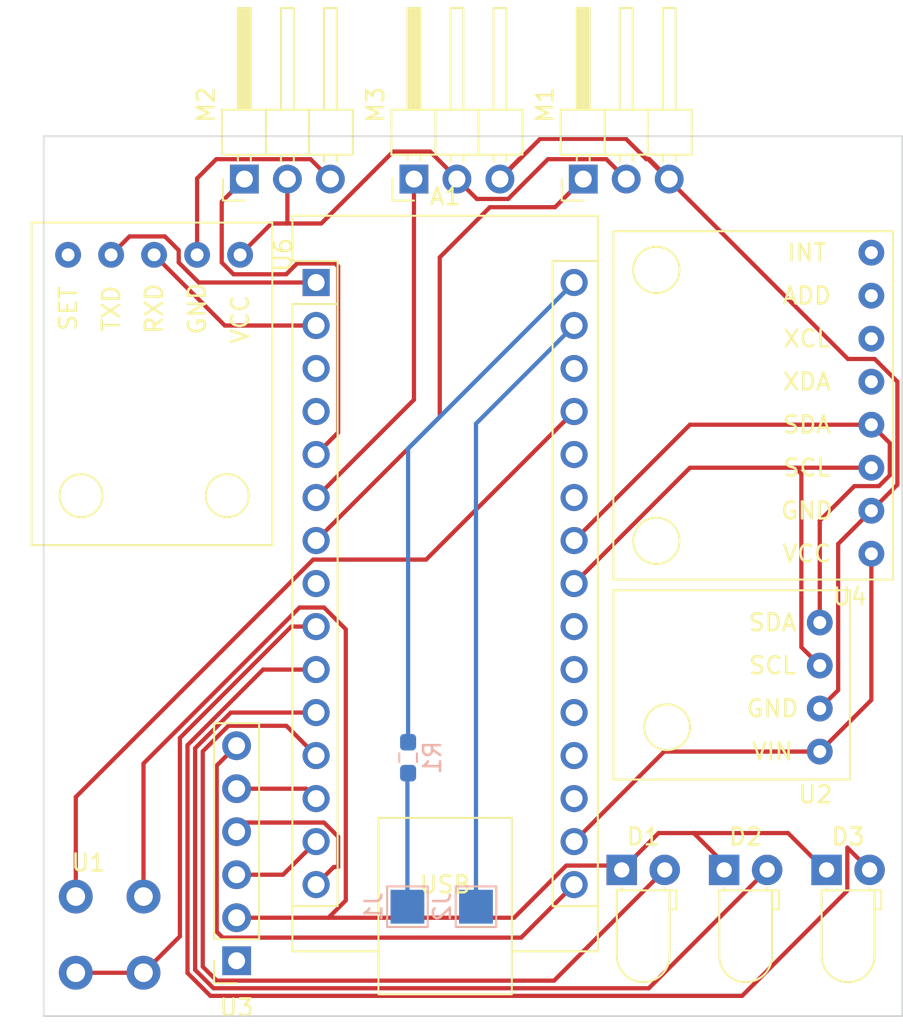
<source format=kicad_pcb>
(kicad_pcb (version 20221018) (generator pcbnew)
  (layers (0 "F.Cu" signal) (31 "B.Cu" signal) (34 "B.Paste" user) (35 "F.Paste" user) (36 "B.SilkS" user "B.Silkscreen") (37 "F.SilkS" user "F.Silkscreen") (38 "B.Mask" user) (39 "F.Mask" user) (44 "Edge.Cuts" user))
  (net 0 "")
  (net 2 "Earth")
  (net 3 "/D10")
  (net 4 "/D11")
  (net 5 "/D12")
  (net 6 "/D13")
  (net 7 "Net-(A1-3V3)")
  (net 13 "Net-(A1-A4)")
  (net 14 "Net-(A1-A5)")
  (net 17 "/5V")
  (net 19 "GNDREF")
  (net 24 "/TX")
  (net 25 "/RX")
  (net 28 "/D2")
  (net 29 "/D3")
  (net 30 "/D4")
  (net 31 "/D7")
  (net 32 "/D8")
  (net 33 "/D9")
  (net 34 "/D6")
  (net 35 "Net-(J2-Pin_1)")
  (net 36 "Net-(J1-Pin_1)")
  (net 37 "Net-(A1-VIN)")
  (footprint "LED_THT:LED_D3.0mm_Horizontal_O1.27mm_Z2.0mm" (layer "F.Cu") (at 141.8 106.175)
    (fp_text reference "D2" (at 1.27 -1.96) (layer "F.SilkS"))
    (fp_text value "LED")
    (fp_line (start -0.29 1.21) (end -0.29 5.07) (stroke (width 0.12)) (layer "F.SilkS"))
    (fp_line (start -0.29 1.21) (end 2.83 1.21) (stroke (width 0.12)) (layer "F.SilkS"))
    (fp_line (start 0 1.08) (end 0 1.08) (stroke (width 0.12)) (layer "F.SilkS"))
    (fp_line (start 0 1.08) (end 0 1.21) (stroke (width 0.12)) (layer "F.SilkS"))
    (fp_line (start 0 1.21) (end 0 1.08) (stroke (width 0.12)) (layer "F.SilkS"))
    (fp_line (start 0 1.21) (end 0 1.21) (stroke (width 0.12)) (layer "F.SilkS"))
    (fp_line (start 2.54 1.08) (end 2.54 1.08) (stroke (width 0.12)) (layer "F.SilkS"))
    (fp_line (start 2.54 1.08) (end 2.54 1.21) (stroke (width 0.12)) (layer "F.SilkS"))
    (fp_line (start 2.54 1.21) (end 2.54 1.08) (stroke (width 0.12)) (layer "F.SilkS"))
    (fp_line (start 2.54 1.21) (end 2.54 1.21) (stroke (width 0.12)) (layer "F.SilkS"))
    (fp_line (start 2.83 1.21) (end 2.83 5.07) (stroke (width 0.12)) (layer "F.SilkS"))
    (fp_line (start 2.83 1.21) (end 3.23 1.21) (stroke (width 0.12)) (layer "F.SilkS"))
    (fp_line (start 2.83 2.33) (end 2.83 1.21) (stroke (width 0.12)) (layer "F.SilkS"))
    (fp_line (start 3.23 1.21) (end 3.23 2.33) (stroke (width 0.12)) (layer "F.SilkS"))
    (fp_line (start 3.23 2.33) (end 2.83 2.33) (stroke (width 0.12)) (layer "F.SilkS"))
    (fp_arc (start 2.83 5.07) (mid 1.27 6.63) (end -0.29 5.07) (stroke (width 0.12)) (layer "F.SilkS"))
    (pad "1" thru_hole rect (at 0 0) (size 1.8 1.8) (drill 0.9) (layers "*.Cu" "*.Mask") (net 2 "Earth"))
    (pad "2" thru_hole circle (at 2.54 0) (size 1.8 1.8) (drill 0.9) (layers "*.Cu" "*.Mask") (net 32 "/D8"))
  )
  (footprint "usini_sensors:module_bme280_alt" (layer "F.Cu") (at 147.447 91.567 180)
    (fp_text reference "U2" (at 0.254 -10.16) (layer "F.SilkS"))
    (fp_text value "BMP180")
    (fp_text user "SCL" (at 2.794 -2.54) (layer "F.SilkS"))
    (fp_text user "GND" (at 2.794 -5.08) (layer "F.SilkS"))
    (fp_text user "SDA" (at 2.794 0) (layer "F.SilkS"))
    (fp_text user "VIN" (at 2.794 -7.62) (layer "F.SilkS"))
    (fp_line (start -1.778 -9.271) (end 12.192 -9.271) (stroke (width 0.12)) (layer "F.SilkS"))
    (fp_line (start -1.778 1.905) (end -1.778 -9.271) (stroke (width 0.12)) (layer "F.SilkS"))
    (fp_line (start 12.192 -9.271) (end 12.192 1.905) (stroke (width 0.12)) (layer "F.SilkS"))
    (fp_line (start 12.192 1.905) (end -1.778 1.905) (stroke (width 0.12)) (layer "F.SilkS"))
    (fp_circle (center 9.017 -6.179309) (end 9.779 -5.060916) (stroke (width 0.12)) (fill none) (layer "F.SilkS"))
    (pad "1" thru_hole circle (at 0 -7.62 180) (size 1.524 1.524) (drill 0.762) (layers "*.Cu" "*.Mask") (net 14 "Net-(A1-A5)"))
    (pad "2" thru_hole circle (at 0 -5.08 180) (size 1.524 1.524) (drill 0.762) (layers "*.Cu" "*.Mask") (net 13 "Net-(A1-A4)"))
    (pad "3" thru_hole circle (at 0 -2.54 180) (size 1.524 1.524) (drill 0.762) (layers "*.Cu" "*.Mask") (net 19 "GNDREF"))
    (pad "4" thru_hole circle (at 0 0 180) (size 1.524 1.524) (drill 0.762) (layers "*.Cu" "*.Mask") (net 7 "Net-(A1-3V3)"))
  )
  (footprint "Connector_PinSocket_2.54mm:PinSocket_1x06_P2.54mm_Vertical" (layer "F.Cu") (at 113 111.54 180)
    (fp_text reference "U3" (at 0 -2.77) (layer "F.SilkS"))
    (fp_text value "SD_Card_Reader")
    (fp_line (start -1.33 1.27) (end -1.33 14.03) (stroke (width 0.12)) (layer "F.SilkS"))
    (fp_line (start -1.33 1.27) (end 1.33 1.27) (stroke (width 0.12)) (layer "F.SilkS"))
    (fp_line (start -1.33 14.03) (end 1.33 14.03) (stroke (width 0.12)) (layer "F.SilkS"))
    (fp_line (start 0 -1.33) (end 1.33 -1.33) (stroke (width 0.12)) (layer "F.SilkS"))
    (fp_line (start 1.33 -1.33) (end 1.33 0) (stroke (width 0.12)) (layer "F.SilkS"))
    (fp_line (start 1.33 1.27) (end 1.33 14.03) (stroke (width 0.12)) (layer "F.SilkS"))
    (pad "1" thru_hole rect (at 0 0 180) (size 1.7 1.7) (drill 1) (layers "*.Cu" "*.Mask") (net 17 "/5V"))
    (pad "2" thru_hole oval (at 0 2.54 180) (size 1.7 1.7) (drill 1) (layers "*.Cu" "*.Mask") (net 2 "Earth"))
    (pad "3" thru_hole oval (at 0 5.08 180) (size 1.7 1.7) (drill 1) (layers "*.Cu" "*.Mask") (net 4 "/D11"))
    (pad "4" thru_hole oval (at 0 7.62 180) (size 1.7 1.7) (drill 1) (layers "*.Cu" "*.Mask") (net 5 "/D12"))
    (pad "5" thru_hole oval (at 0 10.16 180) (size 1.7 1.7) (drill 1) (layers "*.Cu" "*.Mask") (net 3 "/D10"))
    (pad "6" thru_hole oval (at 0 12.7 180) (size 1.7 1.7) (drill 1) (layers "*.Cu" "*.Mask") (net 6 "/D13"))
  )
  (footprint "LED_THT:LED_D3.0mm_Horizontal_O1.27mm_Z2.0mm" (layer "F.Cu") (at 147.85 106.175)
    (fp_text reference "D3" (at 1.27 -1.96) (layer "F.SilkS"))
    (fp_text value "LED")
    (fp_line (start -0.29 1.21) (end -0.29 5.07) (stroke (width 0.12)) (layer "F.SilkS"))
    (fp_line (start -0.29 1.21) (end 2.83 1.21) (stroke (width 0.12)) (layer "F.SilkS"))
    (fp_line (start 0 1.08) (end 0 1.08) (stroke (width 0.12)) (layer "F.SilkS"))
    (fp_line (start 0 1.08) (end 0 1.21) (stroke (width 0.12)) (layer "F.SilkS"))
    (fp_line (start 0 1.21) (end 0 1.08) (stroke (width 0.12)) (layer "F.SilkS"))
    (fp_line (start 0 1.21) (end 0 1.21) (stroke (width 0.12)) (layer "F.SilkS"))
    (fp_line (start 2.54 1.08) (end 2.54 1.08) (stroke (width 0.12)) (layer "F.SilkS"))
    (fp_line (start 2.54 1.08) (end 2.54 1.21) (stroke (width 0.12)) (layer "F.SilkS"))
    (fp_line (start 2.54 1.21) (end 2.54 1.08) (stroke (width 0.12)) (layer "F.SilkS"))
    (fp_line (start 2.54 1.21) (end 2.54 1.21) (stroke (width 0.12)) (layer "F.SilkS"))
    (fp_line (start 2.83 1.21) (end 2.83 5.07) (stroke (width 0.12)) (layer "F.SilkS"))
    (fp_line (start 2.83 1.21) (end 3.23 1.21) (stroke (width 0.12)) (layer "F.SilkS"))
    (fp_line (start 2.83 2.33) (end 2.83 1.21) (stroke (width 0.12)) (layer "F.SilkS"))
    (fp_line (start 3.23 1.21) (end 3.23 2.33) (stroke (width 0.12)) (layer "F.SilkS"))
    (fp_line (start 3.23 2.33) (end 2.83 2.33) (stroke (width 0.12)) (layer "F.SilkS"))
    (fp_arc (start 2.83 5.07) (mid 1.27 6.63) (end -0.29 5.07) (stroke (width 0.12)) (layer "F.SilkS"))
    (pad "1" thru_hole rect (at 0 0) (size 1.8 1.8) (drill 0.9) (layers "*.Cu" "*.Mask") (net 2 "Earth"))
    (pad "2" thru_hole circle (at 2.54 0) (size 1.8 1.8) (drill 0.9) (layers "*.Cu" "*.Mask") (net 31 "/D7"))
  )
  (footprint "usini_sensors:module_bh1750" (layer "F.Cu") (at 103.047 69.85 -90)
    (fp_text reference "U6" (at 0 -12.7 90) (layer "F.SilkS"))
    (fp_text value "HC-12")
    (fp_text user "TXD" (at 3.175 -2.54 90) (layer "F.SilkS"))
    (fp_text user "SET" (at 3.175 0 90) (layer "F.SilkS"))
    (fp_text user "GND" (at 3.175 -7.62 90) (layer "F.SilkS"))
    (fp_text user "RXD" (at 3.175 -5.08 90) (layer "F.SilkS"))
    (fp_text user "VCC" (at 3.81 -10.16 90) (layer "F.SilkS"))
    (fp_line (start -1.905 -12.065) (end 17.145 -12.065) (stroke (width 0.12)) (layer "F.SilkS"))
    (fp_line (start -1.905 2.159) (end -1.905 -12.065) (stroke (width 0.12)) (layer "F.SilkS"))
    (fp_line (start 17.145 -12.065) (end 17.145 2.159) (stroke (width 0.12)) (layer "F.SilkS"))
    (fp_line (start 17.145 2.159) (end -1.905 2.159) (stroke (width 0.12)) (layer "F.SilkS"))
    (fp_circle (center 14.224 -9.398) (end 14.224 -8.128) (stroke (width 0.12)) (fill none) (layer "F.SilkS"))
    (fp_circle (center 14.224 -0.762) (end 14.224 0.508) (stroke (width 0.12)) (fill none) (layer "F.SilkS"))
    (pad "1" thru_hole circle (at 0 -10.16 270) (size 1.524 1.524) (drill 0.762) (layers "*.Cu" "*.Mask") (net 7 "Net-(A1-3V3)"))
    (pad "2" thru_hole circle (at 0 -7.62 270) (size 1.524 1.524) (drill 0.762) (layers "*.Cu" "*.Mask") (net 19 "GNDREF"))
    (pad "3" thru_hole circle (at 0 -5.08 270) (size 1.524 1.524) (drill 0.762) (layers "*.Cu" "*.Mask") (net 25 "/RX"))
    (pad "4" thru_hole circle (at 0 -2.54 270) (size 1.524 1.524) (drill 0.762) (layers "*.Cu" "*.Mask") (net 24 "/TX"))
    (pad "5" thru_hole circle (at 0 0 270) (size 1.524 1.524) (drill 0.762) (layers "*.Cu" "*.Mask"))
  )
  (footprint "usini_sensors:module_mpu6050" (layer "F.Cu") (at 150.495 69.723 180)
    (fp_text reference "U4" (at 1.27 -20.32) (layer "F.SilkS"))
    (fp_text value "module_mpu6050")
    (fp_text user "ADD" (at 3.81 -2.54) (layer "F.SilkS"))
    (fp_text user "XDA" (at 3.81 -7.62) (layer "F.SilkS"))
    (fp_text user "VCC" (at 3.81 -17.78) (layer "F.SilkS"))
    (fp_text user "INT" (at 3.81 0) (layer "F.SilkS"))
    (fp_text user "SCL" (at 3.81 -12.7) (layer "F.SilkS"))
    (fp_text user "GND" (at 3.81 -15.24) (layer "F.SilkS"))
    (fp_text user "XCL" (at 3.81 -5.08) (layer "F.SilkS"))
    (fp_text user "SDA" (at 3.81 -10.16) (layer "F.SilkS"))
    (fp_line (start -1.27 -19.304) (end 15.24 -19.304) (stroke (width 0.12)) (layer "F.SilkS"))
    (fp_line (start -1.27 1.27) (end -1.27 -19.304) (stroke (width 0.12)) (layer "F.SilkS"))
    (fp_line (start 15.24 -19.304) (end 15.24 1.27) (stroke (width 0.12)) (layer "F.SilkS"))
    (fp_line (start 15.24 1.27) (end -1.27 1.27) (stroke (width 0.12)) (layer "F.SilkS"))
    (fp_circle (center 12.7 -17.018) (end 13.208 -15.748) (stroke (width 0.12)) (fill none) (layer "F.SilkS"))
    (fp_circle (center 12.7 -1.016) (end 13.208 0.254) (stroke (width 0.12)) (fill none) (layer "F.SilkS"))
    (pad "1" thru_hole circle (at 0 -17.78 180) (size 1.524 1.524) (drill 0.762) (layers "*.Cu" "*.Mask") (net 7 "Net-(A1-3V3)"))
    (pad "2" thru_hole circle (at 0 -15.24 180) (size 1.524 1.524) (drill 0.762) (layers "*.Cu" "*.Mask") (net 19 "GNDREF"))
    (pad "3" thru_hole circle (at 0 -12.7 180) (size 1.524 1.524) (drill 0.762) (layers "*.Cu" "*.Mask") (net 13 "Net-(A1-A4)"))
    (pad "4" thru_hole circle (at 0 -10.16 180) (size 1.524 1.524) (drill 0.762) (layers "*.Cu" "*.Mask") (net 14 "Net-(A1-A5)"))
    (pad "5" thru_hole circle (at 0 -7.62 180) (size 1.524 1.524) (drill 0.762) (layers "*.Cu" "*.Mask"))
    (pad "6" thru_hole circle (at 0 -5.08 180) (size 1.524 1.524) (drill 0.762) (layers "*.Cu" "*.Mask"))
    (pad "7" thru_hole circle (at 0 -2.54 180) (size 1.524 1.524) (drill 0.762) (layers "*.Cu" "*.Mask"))
    (pad "8" thru_hole circle (at 0 0 180) (size 1.524 1.524) (drill 0.762) (layers "*.Cu" "*.Mask"))
  )
  (footprint "Connector_PinHeader_2.54mm:PinHeader_1x03_P2.54mm_Horizontal" (layer "F.Cu") (at 113.46 65.375 90)
    (fp_text reference "M2" (at 4.385 -2.27 90) (layer "F.SilkS"))
    (fp_text value "Motor_Servo")
    (fp_line (start -1.27 -1.27) (end 0 -1.27) (stroke (width 0.12)) (layer "F.SilkS"))
    (fp_line (start -1.27 0) (end -1.27 -1.27) (stroke (width 0.12)) (layer "F.SilkS"))
    (fp_line (start 1.042929 2.16) (end 1.44 2.16) (stroke (width 0.12)) (layer "F.SilkS"))
    (fp_line (start 1.042929 2.92) (end 1.44 2.92) (stroke (width 0.12)) (layer "F.SilkS"))
    (fp_line (start 1.042929 4.7) (end 1.44 4.7) (stroke (width 0.12)) (layer "F.SilkS"))
    (fp_line (start 1.042929 5.46) (end 1.44 5.46) (stroke (width 0.12)) (layer "F.SilkS"))
    (fp_line (start 1.11 -0.38) (end 1.44 -0.38) (stroke (width 0.12)) (layer "F.SilkS"))
    (fp_line (start 1.11 0.38) (end 1.44 0.38) (stroke (width 0.12)) (layer "F.SilkS"))
    (fp_line (start 1.44 -1.33) (end 1.44 6.41) (stroke (width 0.12)) (layer "F.SilkS"))
    (fp_line (start 1.44 1.27) (end 4.1 1.27) (stroke (width 0.12)) (layer "F.SilkS"))
    (fp_line (start 1.44 3.81) (end 4.1 3.81) (stroke (width 0.12)) (layer "F.SilkS"))
    (fp_line (start 1.44 6.41) (end 4.1 6.41) (stroke (width 0.12)) (layer "F.SilkS"))
    (fp_line (start 4.1 -1.33) (end 1.44 -1.33) (stroke (width 0.12)) (layer "F.SilkS"))
    (fp_line (start 4.1 -0.38) (end 10.1 -0.38) (stroke (width 0.12)) (layer "F.SilkS"))
    (fp_line (start 4.1 -0.32) (end 10.1 -0.32) (stroke (width 0.12)) (layer "F.SilkS"))
    (fp_line (start 4.1 -0.2) (end 10.1 -0.2) (stroke (width 0.12)) (layer "F.SilkS"))
    (fp_line (start 4.1 -0.08) (end 10.1 -0.08) (stroke (width 0.12)) (layer "F.SilkS"))
    (fp_line (start 4.1 0.04) (end 10.1 0.04) (stroke (width 0.12)) (layer "F.SilkS"))
    (fp_line (start 4.1 0.16) (end 10.1 0.16) (stroke (width 0.12)) (layer "F.SilkS"))
    (fp_line (start 4.1 0.28) (end 10.1 0.28) (stroke (width 0.12)) (layer "F.SilkS"))
    (fp_line (start 4.1 2.16) (end 10.1 2.16) (stroke (width 0.12)) (layer "F.SilkS"))
    (fp_line (start 4.1 4.7) (end 10.1 4.7) (stroke (width 0.12)) (layer "F.SilkS"))
    (fp_line (start 4.1 6.41) (end 4.1 -1.33) (stroke (width 0.12)) (layer "F.SilkS"))
    (fp_line (start 10.1 -0.38) (end 10.1 0.38) (stroke (width 0.12)) (layer "F.SilkS"))
    (fp_line (start 10.1 0.38) (end 4.1 0.38) (stroke (width 0.12)) (layer "F.SilkS"))
    (fp_line (start 10.1 2.16) (end 10.1 2.92) (stroke (width 0.12)) (layer "F.SilkS"))
    (fp_line (start 10.1 2.92) (end 4.1 2.92) (stroke (width 0.12)) (layer "F.SilkS"))
    (fp_line (start 10.1 4.7) (end 10.1 5.46) (stroke (width 0.12)) (layer "F.SilkS"))
    (fp_line (start 10.1 5.46) (end 4.1 5.46) (stroke (width 0.12)) (layer "F.SilkS"))
    (pad "1" thru_hole rect (at 0 0 90) (size 1.7 1.7) (drill 1) (layers "*.Cu" "*.Mask") (net 28 "/D2"))
    (pad "2" thru_hole oval (at 0 2.54 90) (size 1.7 1.7) (drill 1) (layers "*.Cu" "*.Mask") (net 17 "/5V"))
    (pad "3" thru_hole oval (at 0 5.08 90) (size 1.7 1.7) (drill 1) (layers "*.Cu" "*.Mask") (net 2 "Earth"))
  )
  (footprint "Connector_PinHeader_2.54mm:PinHeader_1x03_P2.54mm_Horizontal" (layer "F.Cu") (at 133.475 65.375 90)
    (fp_text reference "M1" (at 4.385 -2.27 90) (layer "F.SilkS"))
    (fp_text value "Motor_Servo")
    (fp_line (start -1.27 -1.27) (end 0 -1.27) (stroke (width 0.12)) (layer "F.SilkS"))
    (fp_line (start -1.27 0) (end -1.27 -1.27) (stroke (width 0.12)) (layer "F.SilkS"))
    (fp_line (start 1.042929 2.16) (end 1.44 2.16) (stroke (width 0.12)) (layer "F.SilkS"))
    (fp_line (start 1.042929 2.92) (end 1.44 2.92) (stroke (width 0.12)) (layer "F.SilkS"))
    (fp_line (start 1.042929 4.7) (end 1.44 4.7) (stroke (width 0.12)) (layer "F.SilkS"))
    (fp_line (start 1.042929 5.46) (end 1.44 5.46) (stroke (width 0.12)) (layer "F.SilkS"))
    (fp_line (start 1.11 -0.38) (end 1.44 -0.38) (stroke (width 0.12)) (layer "F.SilkS"))
    (fp_line (start 1.11 0.38) (end 1.44 0.38) (stroke (width 0.12)) (layer "F.SilkS"))
    (fp_line (start 1.44 -1.33) (end 1.44 6.41) (stroke (width 0.12)) (layer "F.SilkS"))
    (fp_line (start 1.44 1.27) (end 4.1 1.27) (stroke (width 0.12)) (layer "F.SilkS"))
    (fp_line (start 1.44 3.81) (end 4.1 3.81) (stroke (width 0.12)) (layer "F.SilkS"))
    (fp_line (start 1.44 6.41) (end 4.1 6.41) (stroke (width 0.12)) (layer "F.SilkS"))
    (fp_line (start 4.1 -1.33) (end 1.44 -1.33) (stroke (width 0.12)) (layer "F.SilkS"))
    (fp_line (start 4.1 -0.38) (end 10.1 -0.38) (stroke (width 0.12)) (layer "F.SilkS"))
    (fp_line (start 4.1 -0.32) (end 10.1 -0.32) (stroke (width 0.12)) (layer "F.SilkS"))
    (fp_line (start 4.1 -0.2) (end 10.1 -0.2) (stroke (width 0.12)) (layer "F.SilkS"))
    (fp_line (start 4.1 -0.08) (end 10.1 -0.08) (stroke (width 0.12)) (layer "F.SilkS"))
    (fp_line (start 4.1 0.04) (end 10.1 0.04) (stroke (width 0.12)) (layer "F.SilkS"))
    (fp_line (start 4.1 0.16) (end 10.1 0.16) (stroke (width 0.12)) (layer "F.SilkS"))
    (fp_line (start 4.1 0.28) (end 10.1 0.28) (stroke (width 0.12)) (layer "F.SilkS"))
    (fp_line (start 4.1 2.16) (end 10.1 2.16) (stroke (width 0.12)) (layer "F.SilkS"))
    (fp_line (start 4.1 4.7) (end 10.1 4.7) (stroke (width 0.12)) (layer "F.SilkS"))
    (fp_line (start 4.1 6.41) (end 4.1 -1.33) (stroke (width 0.12)) (layer "F.SilkS"))
    (fp_line (start 10.1 -0.38) (end 10.1 0.38) (stroke (width 0.12)) (layer "F.SilkS"))
    (fp_line (start 10.1 0.38) (end 4.1 0.38) (stroke (width 0.12)) (layer "F.SilkS"))
    (fp_line (start 10.1 2.16) (end 10.1 2.92) (stroke (width 0.12)) (layer "F.SilkS"))
    (fp_line (start 10.1 2.92) (end 4.1 2.92) (stroke (width 0.12)) (layer "F.SilkS"))
    (fp_line (start 10.1 4.7) (end 10.1 5.46) (stroke (width 0.12)) (layer "F.SilkS"))
    (fp_line (start 10.1 5.46) (end 4.1 5.46) (stroke (width 0.12)) (layer "F.SilkS"))
    (pad "1" thru_hole rect (at 0 0 90) (size 1.7 1.7) (drill 1) (layers "*.Cu" "*.Mask") (net 30 "/D4"))
    (pad "2" thru_hole oval (at 0 2.54 90) (size 1.7 1.7) (drill 1) (layers "*.Cu" "*.Mask") (net 17 "/5V"))
    (pad "3" thru_hole oval (at 0 5.08 90) (size 1.7 1.7) (drill 1) (layers "*.Cu" "*.Mask") (net 2 "Earth"))
  )
  (footprint "Button_Switch_THT:SW_PUSH_6mm_H4.3mm" (layer "F.Cu") (at 101 107.75)
    (fp_text reference "U1" (at 3.25 -2) (layer "F.SilkS"))
    (fp_text value "ADG633YCP")
    (pad "1" thru_hole circle (at 2.5 0 90) (size 2 2) (drill 1.1) (layers "*.Cu" "*.Mask") (net 17 "/5V"))
    (pad "1" thru_hole circle (at 6.5 0 90) (size 2 2) (drill 1.1) (layers "*.Cu" "*.Mask") (net 17 "/5V"))
    (pad "2" thru_hole circle (at 2.5 4.5 90) (size 2 2) (drill 1.1) (layers "*.Cu" "*.Mask") (net 34 "/D6"))
    (pad "2" thru_hole circle (at 6.5 4.5 90) (size 2 2) (drill 1.1) (layers "*.Cu" "*.Mask") (net 34 "/D6"))
  )
  (footprint "Module:Arduino_Nano" (layer "F.Cu") (at 117.697 71.484)
    (fp_text reference "A1" (at 7.62 -5.08) (layer "F.SilkS"))
    (fp_text value "Arduino_Nano_v3.x")
    (fp_text user "USB" (at 7.62 35.56 unlocked) (layer "F.SilkS"))
    (fp_line (start -1.4 -3.94) (end -1.4 -1.27) (stroke (width 0.12)) (layer "F.SilkS"))
    (fp_line (start -1.4 1.27) (end -1.4 39.5) (stroke (width 0.12)) (layer "F.SilkS"))
    (fp_line (start -1.4 39.5) (end 3.68 39.5) (stroke (width 0.12)) (layer "F.SilkS"))
    (fp_line (start 1.27 -1.27) (end -1.4 -1.27) (stroke (width 0.12)) (layer "F.SilkS"))
    (fp_line (start 1.27 1.27) (end -1.4 1.27) (stroke (width 0.12)) (layer "F.SilkS"))
    (fp_line (start 1.27 1.27) (end 1.27 -1.27) (stroke (width 0.12)) (layer "F.SilkS"))
    (fp_line (start 1.27 1.27) (end 1.27 36.83) (stroke (width 0.12)) (layer "F.SilkS"))
    (fp_line (start 1.27 36.83) (end -1.4 36.83) (stroke (width 0.12)) (layer "F.SilkS"))
    (fp_line (start 3.68 31.62) (end 11.56 31.62) (stroke (width 0.12)) (layer "F.SilkS"))
    (fp_line (start 3.68 42.04) (end 3.68 31.62) (stroke (width 0.12)) (layer "F.SilkS"))
    (fp_line (start 11.56 31.62) (end 11.56 42.04) (stroke (width 0.12)) (layer "F.SilkS"))
    (fp_line (start 11.56 42.04) (end 3.68 42.04) (stroke (width 0.12)) (layer "F.SilkS"))
    (fp_line (start 13.97 -1.27) (end 13.97 36.83) (stroke (width 0.12)) (layer "F.SilkS"))
    (fp_line (start 13.97 -1.27) (end 16.64 -1.27) (stroke (width 0.12)) (layer "F.SilkS"))
    (fp_line (start 13.97 36.83) (end 16.64 36.83) (stroke (width 0.12)) (layer "F.SilkS"))
    (fp_line (start 16.64 -3.94) (end -1.4 -3.94) (stroke (width 0.12)) (layer "F.SilkS"))
    (fp_line (start 16.64 39.5) (end 11.56 39.5) (stroke (width 0.12)) (layer "F.SilkS"))
    (fp_line (start 16.64 39.5) (end 16.64 -3.94) (stroke (width 0.12)) (layer "F.SilkS"))
    (pad "1" thru_hole rect (at 0 0) (size 1.6 1.6) (drill 1) (layers "*.Cu" "*.Mask") (net 24 "/TX"))
    (pad "2" thru_hole oval (at 0 2.54) (size 1.6 1.6) (drill 1) (layers "*.Cu" "*.Mask") (net 25 "/RX"))
    (pad "3" thru_hole oval (at 0 5.08) (size 1.6 1.6) (drill 1) (layers "*.Cu" "*.Mask"))
    (pad "4" thru_hole oval (at 0 7.62) (size 1.6 1.6) (drill 1) (layers "*.Cu" "*.Mask") (net 2 "Earth"))
    (pad "5" thru_hole oval (at 0 10.16) (size 1.6 1.6) (drill 1) (layers "*.Cu" "*.Mask") (net 28 "/D2"))
    (pad "6" thru_hole oval (at 0 12.7) (size 1.6 1.6) (drill 1) (layers "*.Cu" "*.Mask") (net 29 "/D3"))
    (pad "7" thru_hole oval (at 0 15.24) (size 1.6 1.6) (drill 1) (layers "*.Cu" "*.Mask") (net 30 "/D4"))
    (pad "8" thru_hole oval (at 0 17.78) (size 1.6 1.6) (drill 1) (layers "*.Cu" "*.Mask"))
    (pad "9" thru_hole oval (at 0 20.32) (size 1.6 1.6) (drill 1) (layers "*.Cu" "*.Mask") (net 34 "/D6"))
    (pad "10" thru_hole oval (at 0 22.86) (size 1.6 1.6) (drill 1) (layers "*.Cu" "*.Mask") (net 31 "/D7"))
    (pad "11" thru_hole oval (at 0 25.4) (size 1.6 1.6) (drill 1) (layers "*.Cu" "*.Mask") (net 32 "/D8"))
    (pad "12" thru_hole oval (at 0 27.94) (size 1.6 1.6) (drill 1) (layers "*.Cu" "*.Mask") (net 33 "/D9"))
    (pad "13" thru_hole oval (at 0 30.48) (size 1.6 1.6) (drill 1) (layers "*.Cu" "*.Mask") (net 3 "/D10"))
    (pad "14" thru_hole oval (at 0 33.02) (size 1.6 1.6) (drill 1) (layers "*.Cu" "*.Mask") (net 4 "/D11"))
    (pad "15" thru_hole oval (at 0 35.56) (size 1.6 1.6) (drill 1) (layers "*.Cu" "*.Mask") (net 5 "/D12"))
    (pad "16" thru_hole oval (at 15.24 35.56) (size 1.6 1.6) (drill 1) (layers "*.Cu" "*.Mask") (net 6 "/D13"))
    (pad "17" thru_hole oval (at 15.24 33.02) (size 1.6 1.6) (drill 1) (layers "*.Cu" "*.Mask") (net 7 "Net-(A1-3V3)"))
    (pad "18" thru_hole oval (at 15.24 30.48) (size 1.6 1.6) (drill 1) (layers "*.Cu" "*.Mask"))
    (pad "19" thru_hole oval (at 15.24 27.94) (size 1.6 1.6) (drill 1) (layers "*.Cu" "*.Mask"))
    (pad "20" thru_hole oval (at 15.24 25.4) (size 1.6 1.6) (drill 1) (layers "*.Cu" "*.Mask"))
    (pad "21" thru_hole oval (at 15.24 22.86) (size 1.6 1.6) (drill 1) (layers "*.Cu" "*.Mask"))
    (pad "22" thru_hole oval (at 15.24 20.32) (size 1.6 1.6) (drill 1) (layers "*.Cu" "*.Mask"))
    (pad "23" thru_hole oval (at 15.24 17.78) (size 1.6 1.6) (drill 1) (layers "*.Cu" "*.Mask") (net 13 "Net-(A1-A4)"))
    (pad "24" thru_hole oval (at 15.24 15.24) (size 1.6 1.6) (drill 1) (layers "*.Cu" "*.Mask") (net 14 "Net-(A1-A5)"))
    (pad "25" thru_hole oval (at 15.24 12.7) (size 1.6 1.6) (drill 1) (layers "*.Cu" "*.Mask"))
    (pad "26" thru_hole oval (at 15.24 10.16) (size 1.6 1.6) (drill 1) (layers "*.Cu" "*.Mask"))
    (pad "27" thru_hole oval (at 15.24 7.62) (size 1.6 1.6) (drill 1) (layers "*.Cu" "*.Mask") (net 17 "/5V"))
    (pad "28" thru_hole oval (at 15.24 5.08) (size 1.6 1.6) (drill 1) (layers "*.Cu" "*.Mask"))
    (pad "29" thru_hole oval (at 15.24 2.54) (size 1.6 1.6) (drill 1) (layers "*.Cu" "*.Mask") (net 35 "Net-(J2-Pin_1)"))
    (pad "30" thru_hole oval (at 15.24 0) (size 1.6 1.6) (drill 1) (layers "*.Cu" "*.Mask") (net 37 "Net-(A1-VIN)"))
  )
  (footprint "Connector_PinHeader_2.54mm:PinHeader_1x03_P2.54mm_Horizontal" (layer "F.Cu") (at 123.475 65.375 90)
    (fp_text reference "M3" (at 4.385 -2.27 90) (layer "F.SilkS"))
    (fp_text value "Motor_Servo")
    (fp_line (start -1.27 -1.27) (end 0 -1.27) (stroke (width 0.12)) (layer "F.SilkS"))
    (fp_line (start -1.27 0) (end -1.27 -1.27) (stroke (width 0.12)) (layer "F.SilkS"))
    (fp_line (start 1.042929 2.16) (end 1.44 2.16) (stroke (width 0.12)) (layer "F.SilkS"))
    (fp_line (start 1.042929 2.92) (end 1.44 2.92) (stroke (width 0.12)) (layer "F.SilkS"))
    (fp_line (start 1.042929 4.7) (end 1.44 4.7) (stroke (width 0.12)) (layer "F.SilkS"))
    (fp_line (start 1.042929 5.46) (end 1.44 5.46) (stroke (width 0.12)) (layer "F.SilkS"))
    (fp_line (start 1.11 -0.38) (end 1.44 -0.38) (stroke (width 0.12)) (layer "F.SilkS"))
    (fp_line (start 1.11 0.38) (end 1.44 0.38) (stroke (width 0.12)) (layer "F.SilkS"))
    (fp_line (start 1.44 -1.33) (end 1.44 6.41) (stroke (width 0.12)) (layer "F.SilkS"))
    (fp_line (start 1.44 1.27) (end 4.1 1.27) (stroke (width 0.12)) (layer "F.SilkS"))
    (fp_line (start 1.44 3.81) (end 4.1 3.81) (stroke (width 0.12)) (layer "F.SilkS"))
    (fp_line (start 1.44 6.41) (end 4.1 6.41) (stroke (width 0.12)) (layer "F.SilkS"))
    (fp_line (start 4.1 -1.33) (end 1.44 -1.33) (stroke (width 0.12)) (layer "F.SilkS"))
    (fp_line (start 4.1 -0.38) (end 10.1 -0.38) (stroke (width 0.12)) (layer "F.SilkS"))
    (fp_line (start 4.1 -0.32) (end 10.1 -0.32) (stroke (width 0.12)) (layer "F.SilkS"))
    (fp_line (start 4.1 -0.2) (end 10.1 -0.2) (stroke (width 0.12)) (layer "F.SilkS"))
    (fp_line (start 4.1 -0.08) (end 10.1 -0.08) (stroke (width 0.12)) (layer "F.SilkS"))
    (fp_line (start 4.1 0.04) (end 10.1 0.04) (stroke (width 0.12)) (layer "F.SilkS"))
    (fp_line (start 4.1 0.16) (end 10.1 0.16) (stroke (width 0.12)) (layer "F.SilkS"))
    (fp_line (start 4.1 0.28) (end 10.1 0.28) (stroke (width 0.12)) (layer "F.SilkS"))
    (fp_line (start 4.1 2.16) (end 10.1 2.16) (stroke (width 0.12)) (layer "F.SilkS"))
    (fp_line (start 4.1 4.7) (end 10.1 4.7) (stroke (width 0.12)) (layer "F.SilkS"))
    (fp_line (start 4.1 6.41) (end 4.1 -1.33) (stroke (width 0.12)) (layer "F.SilkS"))
    (fp_line (start 10.1 -0.38) (end 10.1 0.38) (stroke (width 0.12)) (layer "F.SilkS"))
    (fp_line (start 10.1 0.38) (end 4.1 0.38) (stroke (width 0.12)) (layer "F.SilkS"))
    (fp_line (start 10.1 2.16) (end 10.1 2.92) (stroke (width 0.12)) (layer "F.SilkS"))
    (fp_line (start 10.1 2.92) (end 4.1 2.92) (stroke (width 0.12)) (layer "F.SilkS"))
    (fp_line (start 10.1 4.7) (end 10.1 5.46) (stroke (width 0.12)) (layer "F.SilkS"))
    (fp_line (start 10.1 5.46) (end 4.1 5.46) (stroke (width 0.12)) (layer "F.SilkS"))
    (pad "1" thru_hole rect (at 0 0 90) (size 1.7 1.7) (drill 1) (layers "*.Cu" "*.Mask") (net 29 "/D3"))
    (pad "2" thru_hole oval (at 0 2.54 90) (size 1.7 1.7) (drill 1) (layers "*.Cu" "*.Mask") (net 17 "/5V"))
    (pad "3" thru_hole oval (at 0 5.08 90) (size 1.7 1.7) (drill 1) (layers "*.Cu" "*.Mask") (net 2 "Earth"))
  )
  (footprint "LED_THT:LED_D3.0mm_Horizontal_O1.27mm_Z2.0mm" (layer "F.Cu") (at 135.75 106.175)
    (fp_text reference "D1" (at 1.27 -1.96) (layer "F.SilkS"))
    (fp_text value "LED")
    (fp_line (start -0.29 1.21) (end -0.29 5.07) (stroke (width 0.12)) (layer "F.SilkS"))
    (fp_line (start -0.29 1.21) (end 2.83 1.21) (stroke (width 0.12)) (layer "F.SilkS"))
    (fp_line (start 0 1.08) (end 0 1.08) (stroke (width 0.12)) (layer "F.SilkS"))
    (fp_line (start 0 1.08) (end 0 1.21) (stroke (width 0.12)) (layer "F.SilkS"))
    (fp_line (start 0 1.21) (end 0 1.08) (stroke (width 0.12)) (layer "F.SilkS"))
    (fp_line (start 0 1.21) (end 0 1.21) (stroke (width 0.12)) (layer "F.SilkS"))
    (fp_line (start 2.54 1.08) (end 2.54 1.08) (stroke (width 0.12)) (layer "F.SilkS"))
    (fp_line (start 2.54 1.08) (end 2.54 1.21) (stroke (width 0.12)) (layer "F.SilkS"))
    (fp_line (start 2.54 1.21) (end 2.54 1.08) (stroke (width 0.12)) (layer "F.SilkS"))
    (fp_line (start 2.54 1.21) (end 2.54 1.21) (stroke (width 0.12)) (layer "F.SilkS"))
    (fp_line (start 2.83 1.21) (end 2.83 5.07) (stroke (width 0.12)) (layer "F.SilkS"))
    (fp_line (start 2.83 1.21) (end 3.23 1.21) (stroke (width 0.12)) (layer "F.SilkS"))
    (fp_line (start 2.83 2.33) (end 2.83 1.21) (stroke (width 0.12)) (layer "F.SilkS"))
    (fp_line (start 3.23 1.21) (end 3.23 2.33) (stroke (width 0.12)) (layer "F.SilkS"))
    (fp_line (start 3.23 2.33) (end 2.83 2.33) (stroke (width 0.12)) (layer "F.SilkS"))
    (fp_arc (start 2.83 5.07) (mid 1.27 6.63) (end -0.29 5.07) (stroke (width 0.12)) (layer "F.SilkS"))
    (pad "1" thru_hole rect (at 0 0) (size 1.8 1.8) (drill 0.9) (layers "*.Cu" "*.Mask") (net 2 "Earth"))
    (pad "2" thru_hole circle (at 2.54 0) (size 1.8 1.8) (drill 0.9) (layers "*.Cu" "*.Mask") (net 33 "/D9"))
  )
  (footprint "TestPoint:TestPoint_Pad_2.0x2.0mm" (layer "B.Cu") (at 127.14 108.35 -90)
    (fp_text reference "J2" (at 0 1.998 90) (layer "B.SilkS") (effects (justify mirror)))
    (fp_text value "Conn_01x01_Pin")
    (fp_line (start -1.2 -1.2) (end -1.2 1.2) (stroke (width 0.12)) (layer "B.SilkS"))
    (fp_line (start -1.2 1.2) (end 1.2 1.2) (stroke (width 0.12)) (layer "B.SilkS"))
    (fp_line (start 1.2 -1.2) (end -1.2 -1.2) (stroke (width 0.12)) (layer "B.SilkS"))
    (fp_line (start 1.2 1.2) (end 1.2 -1.2) (stroke (width 0.12)) (layer "B.SilkS"))
    (pad "1" smd rect (at 0 0 270) (size 2 2) (layers "B.Cu" "B.Mask") (net 35 "Net-(J2-Pin_1)"))
  )
  (footprint "TestPoint:TestPoint_Pad_2.0x2.0mm" (layer "B.Cu") (at 123.09 108.35 -90)
    (fp_text reference "J1" (at 0 1.998 90) (layer "B.SilkS") (effects (justify mirror)))
    (fp_text value "Conn_01x01_Pin")
    (fp_line (start -1.2 -1.2) (end -1.2 1.2) (stroke (width 0.12)) (layer "B.SilkS"))
    (fp_line (start -1.2 1.2) (end 1.2 1.2) (stroke (width 0.12)) (layer "B.SilkS"))
    (fp_line (start 1.2 -1.2) (end -1.2 -1.2) (stroke (width 0.12)) (layer "B.SilkS"))
    (fp_line (start 1.2 1.2) (end 1.2 -1.2) (stroke (width 0.12)) (layer "B.SilkS"))
    (pad "1" smd rect (at 0 0 270) (size 2 2) (layers "B.Cu" "B.Mask") (net 36 "Net-(J1-Pin_1)"))
  )
  (footprint "Resistor_SMD:R_0603_1608Metric_Pad0.98x0.95mm_HandSolder" (layer "B.Cu") (at 123.13 99.5475 90)
    (fp_text reference "R1" (at 0 1.43 90) (layer "B.SilkS") (effects (justify mirror)))
    (fp_text value "TBD")
    (fp_line (start -0.254724 -0.5225) (end 0.254724 -0.5225) (stroke (width 0.12)) (layer "B.SilkS"))
    (fp_line (start -0.254724 0.5225) (end 0.254724 0.5225) (stroke (width 0.12)) (layer "B.SilkS"))
    (pad "1" smd roundrect (at -0.9125 0 90) (size 0.975 0.95) (layers "B.Cu" "B.Paste" "B.Mask") (net 36 "Net-(J1-Pin_1)"))
    (pad "2" smd roundrect (at 0.9125 0 90) (size 0.975 0.95) (layers "B.Cu" "B.Paste" "B.Mask") (net 37 "Net-(A1-VIN)"))
  )
  (gr_rect (start 101.6 62.85) (end 152.32 114.81) (stroke (width 0.1)) (fill none) (layer "Edge.Cuts"))
  (segment (start 150.689251 76) (end 152.032 77.342749) (width 0.25) (layer "F.Cu") (net 2))
  (segment (start 138.555 65.375) (end 137.38 64.2) (width 0.25) (layer "F.Cu") (net 2))
  (segment (start 148.534 86.924) (end 150.495 84.963) (width 0.25) (layer "F.Cu") (net 2))
  (segment (start 152.032 83.426) (end 150.495 84.963) (width 0.25) (layer "F.Cu") (net 2))
  (segment (start 140 104) (end 145.575 104) (width 0.25) (layer "F.Cu") (net 2))
  (segment (start 149.11 76) (end 150.689251 76) (width 0.25) (layer "F.Cu") (net 2))
  (segment (start 113 109) (end 118.43 109) (width 0.25) (layer "F.Cu") (net 2))
  (segment (start 137.925 104) (end 140 104) (width 0.25) (layer "F.Cu") (net 2))
  (segment (start 118.162991 90.679) (end 119.45 91.966009) (width 0.25) (layer "F.Cu") (net 2))
  (segment (start 118.43 109) (end 129.390009 109) (width 0.25) (layer "F.Cu") (net 2))
  (segment (start 107.5 107.75) (end 107.5 99.893604) (width 0.25) (layer "F.Cu") (net 2))
  (segment (start 117.365 64.2) (end 111.8 64.2) (width 0.25) (layer "F.Cu") (net 2))
  (segment (start 130.93 63) (end 128.555 65.375) (width 0.25) (layer "F.Cu") (net 2))
  (segment (start 140 104) (end 141.75 105.75) (width 0.25) (layer "F.Cu") (net 2))
  (segment (start 135.494 105.919) (end 135.75 106.175) (width 0.25) (layer "F.Cu") (net 2))
  (segment (start 135.75 106.175) (end 137.925 104) (width 0.25) (layer "F.Cu") (net 2))
  (segment (start 116.714604 90.679) (end 118.162991 90.679) (width 0.25) (layer "F.Cu") (net 2))
  (segment (start 132.471009 105.919) (end 135.494 105.919) (width 0.25) (layer "F.Cu") (net 2))
  (segment (start 138.445 65.335) (end 149.11 76) (width 0.25) (layer "F.Cu") (net 2))
  (segment (start 119.45 107.98) (end 118.43 109) (width 0.25) (layer "F.Cu") (net 2))
  (segment (start 107.5 99.893604) (end 116.714604 90.679) (width 0.25) (layer "F.Cu") (net 2))
  (segment (start 137.2 64.2) (end 136 63) (width 0.25) (layer "F.Cu") (net 2))
  (segment (start 137.38 64.2) (end 137.2 64.2) (width 0.25) (layer "F.Cu") (net 2))
  (segment (start 110.667 65.333) (end 110.667 69.85) (width 0.25) (layer "F.Cu") (net 2))
  (segment (start 118.54 65.375) (end 117.365 64.2) (width 0.25) (layer "F.Cu") (net 2))
  (segment (start 119.45 91.966009) (end 119.45 107.98) (width 0.25) (layer "F.Cu") (net 2))
  (segment (start 136 63) (end 130.93 63) (width 0.25) (layer "F.Cu") (net 2))
  (segment (start 152.032 77.342749) (end 152.032 83.426) (width 0.25) (layer "F.Cu") (net 2))
  (segment (start 148.534 95.56) (end 148.534 86.924) (width 0.25) (layer "F.Cu") (net 2))
  (segment (start 111.8 64.2) (end 110.667 65.333) (width 0.25) (layer "F.Cu") (net 2))
  (segment (start 129.390009 109) (end 132.471009 105.919) (width 0.25) (layer "F.Cu") (net 2))
  (segment (start 147.447 96.647) (end 148.534 95.56) (width 0.25) (layer "F.Cu") (net 2))
  (segment (start 145.575 104) (end 147.75 106.175) (width 0.25) (layer "F.Cu") (net 2))
  (segment (start 141.75 105.75) (end 141.75 106.175) (width 0.25) (layer "F.Cu") (net 2))
  (segment (start 142 106) (end 141.75 105.75) (width 0.25) (layer "F.Cu") (net 2))
  (segment (start 137.27 64.16) (end 138.445 65.335) (width 0.25) (layer "F.Cu") (net 2))
  (segment (start 128.555 65.335) (end 129.73 64.16) (width 0.25) (layer "F.Cu") (net 2))
  (segment (start 117.113 101.38) (end 117.697 101.964) (width 0.25) (layer "F.Cu") (net 3))
  (segment (start 113 101.38) (end 117.113 101.38) (width 0.25) (layer "F.Cu") (net 3))
  (segment (start 113 106.46) (end 115.741 106.46) (width 0.25) (layer "F.Cu") (net 4))
  (segment (start 115.741 106.46) (end 117.697 104.504) (width 0.25) (layer "F.Cu") (net 4))
  (segment (start 118.741 106) (end 117.697 107.044) (width 0.25) (layer "F.Cu") (net 5))
  (segment (start 113 103.92) (end 113.541 103.379) (width 0.25) (layer "F.Cu") (net 5))
  (segment (start 113.541 103.379) (end 118.162991 103.379) (width 0.25) (layer "F.Cu") (net 5))
  (segment (start 119 106) (end 118.741 106) (width 0.25) (layer "F.Cu") (net 5))
  (segment (start 118.162991 103.379) (end 119 104.216009) (width 0.25) (layer "F.Cu") (net 5))
  (segment (start 119 104.216009) (end 119 106) (width 0.25) (layer "F.Cu") (net 5))
  (segment (start 129.806 110.175) (end 132.937 107.044) (width 0.25) (layer "F.Cu") (net 6))
  (segment (start 111.825 109.825) (end 112.175 110.175) (width 0.25) (layer "F.Cu") (net 6))
  (segment (start 112.175 110.175) (end 129.806 110.175) (width 0.25) (layer "F.Cu") (net 6))
  (segment (start 113 98.84) (end 111.825 100.015) (width 0.25) (layer "F.Cu") (net 6))
  (segment (start 111.825 100.015) (end 111.825 109.825) (width 0.25) (layer "F.Cu") (net 6))
  (segment (start 138.254 99.187) (end 132.937 104.504) (width 0.25) (layer "F.Cu") (net 7))
  (segment (start 150.495 96.139) (end 147.447 99.187) (width 0.25) (layer "F.Cu") (net 7))
  (segment (start 147.447 99.187) (end 138.254 99.187) (width 0.25) (layer "F.Cu") (net 7))
  (segment (start 150.495 87.503) (end 150.495 96.139) (width 0.25) (layer "F.Cu") (net 7))
  (segment (start 146.36 93.02) (end 146.36 82.783) (width 0.25) (layer "F.Cu") (net 13))
  (segment (start 146.36 82.783) (end 146 82.423) (width 0.25) (layer "F.Cu") (net 13))
  (segment (start 139.778 82.423) (end 132.937 89.264) (width 0.25) (layer "F.Cu") (net 13))
  (segment (start 146 82.423) (end 139.778 82.423) (width 0.25) (layer "F.Cu") (net 13))
  (segment (start 147.447 94.107) (end 146.36 93.02) (width 0.25) (layer "F.Cu") (net 13))
  (segment (start 150.495 82.423) (end 146 82.423) (width 0.25) (layer "F.Cu") (net 13))
  (segment (start 151.582 80.97) (end 150.495 79.883) (width 0.25) (layer "F.Cu") (net 14))
  (segment (start 149.49 83.51) (end 150.945251 83.51) (width 0.25) (layer "F.Cu") (net 14))
  (segment (start 151.582 82.873251) (end 151.582 80.97) (width 0.25) (layer "F.Cu") (net 14))
  (segment (start 147.447 85.553) (end 149.49 83.51) (width 0.25) (layer "F.Cu") (net 14))
  (segment (start 147.447 91.567) (end 147.447 85.553) (width 0.25) (layer "F.Cu") (net 14))
  (segment (start 150.495 79.883) (end 139.778 79.883) (width 0.25) (layer "F.Cu") (net 14))
  (segment (start 139.778 79.883) (end 132.937 86.724) (width 0.25) (layer "F.Cu") (net 14))
  (segment (start 150.945251 83.51) (end 151.582 82.873251) (width 0.25) (layer "F.Cu") (net 14))
  (segment (start 136.015 65.375) (end 134.84 64.2) (width 0.25) (layer "F.Cu") (net 17))
  (segment (start 131.391701 64.2) (end 129.041701 66.55) (width 0.25) (layer "F.Cu") (net 17))
  (segment (start 103.5 107.75) (end 103.5 101.870009) (width 0.25) (layer "F.Cu") (net 17))
  (segment (start 117.521009 87.849) (end 124.192 87.849) (width 0.25) (layer "F.Cu") (net 17))
  (segment (start 124.43 63.75) (end 122.25 63.75) (width 0.25) (layer "F.Cu") (net 17))
  (segment (start 126.015 65.335) (end 124.43 63.75) (width 0.25) (layer "F.Cu") (net 17))
  (segment (start 103.5 101.870009) (end 117.521009 87.849) (width 0.25) (layer "F.Cu") (net 17))
  (segment (start 113.207 69.85) (end 115.057 68) (width 0.25) (layer "F.Cu") (net 17))
  (segment (start 122.25 63.75) (end 118 68) (width 0.25) (layer "F.Cu") (net 17))
  (segment (start 115.057 68) (end 116 68) (width 0.25) (layer "F.Cu") (net 17))
  (segment (start 116 68) (end 116 65.375) (width 0.25) (layer "F.Cu") (net 17))
  (segment (start 127.19 66.55) (end 126.015 65.375) (width 0.25) (layer "F.Cu") (net 17))
  (segment (start 129.041701 66.55) (end 127.19 66.55) (width 0.25) (layer "F.Cu") (net 17))
  (segment (start 118 68) (end 116 68) (width 0.25) (layer "F.Cu") (net 17))
  (segment (start 124.192 87.849) (end 132.937 79.104) (width 0.25) (layer "F.Cu") (net 17))
  (segment (start 134.84 64.2) (end 131.391701 64.2) (width 0.25) (layer "F.Cu") (net 17))
  (segment (start 106.674 68.763) (end 108.763 68.763) (width 0.25) (layer "F.Cu") (net 24))
  (segment (start 105.587 69.85) (end 106.674 68.763) (width 0.25) (layer "F.Cu") (net 24))
  (segment (start 108.763 68.763) (end 109.58 69.58) (width 0.25) (layer "F.Cu") (net 24))
  (segment (start 109.58 70.300251) (end 110.763749 71.484) (width 0.25) (layer "F.Cu") (net 24))
  (segment (start 109.58 69.58) (end 109.58 70.300251) (width 0.25) (layer "F.Cu") (net 24))
  (segment (start 110.763749 71.484) (end 117.697 71.484) (width 0.25) (layer "F.Cu") (net 24))
  (segment (start 112.301 74.024) (end 117.697 74.024) (width 0.25) (layer "F.Cu") (net 25))
  (segment (start 108.127 69.85) (end 112.301 74.024) (width 0.25) (layer "F.Cu") (net 25))
  (segment (start 112.12 70.300251) (end 112.819749 71) (width 0.25) (layer "F.Cu") (net 28))
  (segment (start 112.819749 71) (end 115.931 71) (width 0.25) (layer "F.Cu") (net 28))
  (segment (start 113.46 65.375) (end 112.12 66.715) (width 0.25) (layer "F.Cu") (net 28))
  (segment (start 112.12 66.715) (end 112.12 70.300251) (width 0.25) (layer "F.Cu") (net 28))
  (segment (start 119 80.341) (end 117.697 81.644) (width 0.25) (layer "F.Cu") (net 28))
  (segment (start 116.572 70.359) (end 118.822 70.359) (width 0.25) (layer "F.Cu") (net 28))
  (segment (start 115.931 71) (end 116.572 70.359) (width 0.25) (layer "F.Cu") (net 28))
  (segment (start 118.822 70.359) (end 119 70.537) (width 0.25) (layer "F.Cu") (net 28))
  (segment (start 119 70.537) (end 119 80.341) (width 0.25) (layer "F.Cu") (net 28))
  (segment (start 123.475 65.375) (end 123.475 78.406) (width 0.25) (layer "F.Cu") (net 29))
  (segment (start 123.475 78.406) (end 117.697 84.184) (width 0.25) (layer "F.Cu") (net 29))
  (segment (start 127.962 67.038) (end 125 70) (width 0.25) (layer "F.Cu") (net 30))
  (segment (start 133.475 65.375) (end 131.812 67.038) (width 0.25) (layer "F.Cu") (net 30))
  (segment (start 131.812 67.038) (end 127.962 67.038) (width 0.25) (layer "F.Cu") (net 30))
  (segment (start 125 70) (end 125 79.421) (width 0.25) (layer "F.Cu") (net 30))
  (segment (start 125 79.421) (end 117.697 86.724) (width 0.25) (layer "F.Cu") (net 30))
  (segment (start 149.075 104.86) (end 149.075 107.4) (width 0.25) (layer "F.Cu") (net 31))
  (segment (start 110.1 112.262792) (end 110.1 98.805507) (width 0.25) (layer "F.Cu") (net 31))
  (segment (start 142.86 113.615) (end 111.452208 113.615) (width 0.25) (layer "F.Cu") (net 31))
  (segment (start 150.39 106.175) (end 149.075 104.86) (width 0.25) (layer "F.Cu") (net 31))
  (segment (start 149.075 107.4) (end 142.86 113.615) (width 0.25) (layer "F.Cu") (net 31))
  (segment (start 110.1 98.805507) (end 114.561507 94.344) (width 0.25) (layer "F.Cu") (net 31))
  (segment (start 114.561507 94.344) (end 117.697 94.344) (width 0.25) (layer "F.Cu") (net 31))
  (segment (start 111.452208 113.615) (end 110.1 112.262792) (width 0.25) (layer "F.Cu") (net 31))
  (segment (start 111.638604 113.165) (end 110.55 112.076396) (width 0.25) (layer "F.Cu") (net 32))
  (segment (start 137.35 113.165) (end 111.638604 113.165) (width 0.25) (layer "F.Cu") (net 32))
  (segment (start 144.34 106.175) (end 137.35 113.165) (width 0.25) (layer "F.Cu") (net 32))
  (segment (start 112.657903 96.884) (end 117.697 96.884) (width 0.25) (layer "F.Cu") (net 32))
  (segment (start 110.55 112.076396) (end 110.55 98.991903) (width 0.25) (layer "F.Cu") (net 32))
  (segment (start 110.55 98.991903) (end 112.657903 96.884) (width 0.25) (layer "F.Cu") (net 32))
  (segment (start 131.75 112.715) (end 111.825 112.715) (width 0.25) (layer "F.Cu") (net 33))
  (segment (start 115.938 97.665) (end 117.697 99.424) (width 0.25) (layer "F.Cu") (net 33))
  (segment (start 111.825 112.715) (end 111 111.89) (width 0.25) (layer "F.Cu") (net 33))
  (segment (start 111 111.89) (end 111 99.178299) (width 0.25) (layer "F.Cu") (net 33))
  (segment (start 138.29 106.175) (end 131.75 112.715) (width 0.25) (layer "F.Cu") (net 33))
  (segment (start 111 99.178299) (end 112.513299 97.665) (width 0.25) (layer "F.Cu") (net 33))
  (segment (start 112.513299 97.665) (end 115.938 97.665) (width 0.25) (layer "F.Cu") (net 33))
  (segment (start 116.226 91.804) (end 117.697 91.804) (width 0.25) (layer "F.Cu") (net 34))
  (segment (start 107.5 112.25) (end 109.65 110.1) (width 0.25) (layer "F.Cu") (net 34))
  (segment (start 109.65 98.38) (end 116.226 91.804) (width 0.25) (layer "F.Cu") (net 34))
  (segment (start 103.5 112.25) (end 107.5 112.25) (width 0.25) (layer "F.Cu") (net 34))
  (segment (start 109.65 110.1) (end 109.65 98.38) (width 0.25) (layer "F.Cu") (net 34))
  (segment (start 127.14 108.35) (end 127.14 79.821) (width 0.25) (layer "B.Cu") (net 35))
  (segment (start 127.14 79.821) (end 132.937 74.024) (width 0.25) (layer "B.Cu") (net 35))
  (segment (start 123.09 100.5) (end 123.13 100.46) (width 0.25) (layer "B.Cu") (net 36))
  (segment (start 123.09 108.35) (end 123.09 100.5) (width 0.25) (layer "B.Cu") (net 36))
  (segment (start 123.13 98.635) (end 123.13 81.291) (width 0.25) (layer "B.Cu") (net 37))
  (segment (start 123.13 81.291) (end 132.937 71.484) (width 0.25) (layer "B.Cu") (net 37))
  (segment (start 123.09 81.331) (end 132.937 71.484) (width 0.25) (layer "B.Cu") (net 37))
)
</source>
